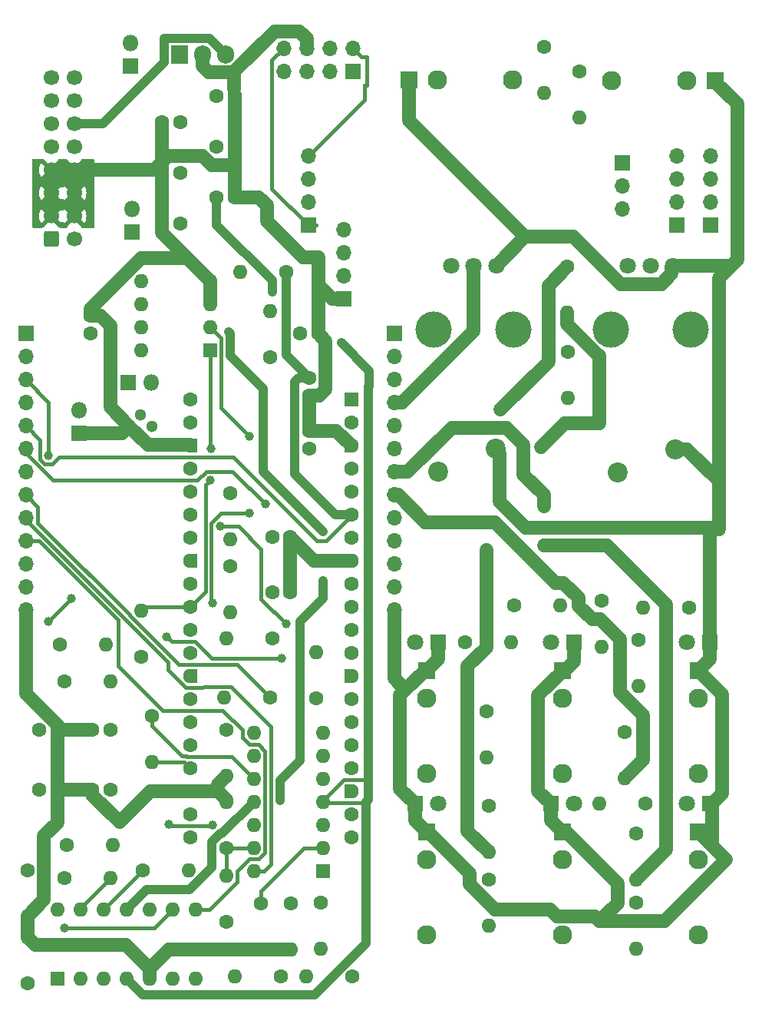
<source format=gbr>
%TF.GenerationSoftware,KiCad,Pcbnew,7.0.9*%
%TF.CreationDate,2023-11-28T17:14:24+01:00*%
%TF.ProjectId,euroPi-kicad,6575726f-5069-42d6-9b69-6361642e6b69,rev?*%
%TF.SameCoordinates,Original*%
%TF.FileFunction,Copper,L2,Bot*%
%TF.FilePolarity,Positive*%
%FSLAX46Y46*%
G04 Gerber Fmt 4.6, Leading zero omitted, Abs format (unit mm)*
G04 Created by KiCad (PCBNEW 7.0.9) date 2023-11-28 17:14:24*
%MOMM*%
%LPD*%
G01*
G04 APERTURE LIST*
G04 Aperture macros list*
%AMRoundRect*
0 Rectangle with rounded corners*
0 $1 Rounding radius*
0 $2 $3 $4 $5 $6 $7 $8 $9 X,Y pos of 4 corners*
0 Add a 4 corners polygon primitive as box body*
4,1,4,$2,$3,$4,$5,$6,$7,$8,$9,$2,$3,0*
0 Add four circle primitives for the rounded corners*
1,1,$1+$1,$2,$3*
1,1,$1+$1,$4,$5*
1,1,$1+$1,$6,$7*
1,1,$1+$1,$8,$9*
0 Add four rect primitives between the rounded corners*
20,1,$1+$1,$2,$3,$4,$5,0*
20,1,$1+$1,$4,$5,$6,$7,0*
20,1,$1+$1,$6,$7,$8,$9,0*
20,1,$1+$1,$8,$9,$2,$3,0*%
%AMFreePoly0*
4,1,28,0.605014,0.794986,0.644504,0.794986,0.724698,0.756366,0.780194,0.686777,0.800000,0.600000,0.800000,-0.600000,0.780194,-0.686777,0.724698,-0.756366,0.644504,-0.794986,0.605014,-0.794986,0.600000,-0.800000,0.000000,-0.800000,-0.178017,-0.779942,-0.347107,-0.720775,-0.498792,-0.625465,-0.625465,-0.498792,-0.720775,-0.347107,-0.779942,-0.178017,-0.800000,0.000000,-0.779942,0.178017,
-0.720775,0.347107,-0.625465,0.498792,-0.498792,0.625465,-0.347107,0.720775,-0.178017,0.779942,0.000000,0.800000,0.600000,0.800000,0.605014,0.794986,0.605014,0.794986,$1*%
%AMFreePoly1*
4,1,28,0.178017,0.779942,0.347107,0.720775,0.498792,0.625465,0.625465,0.498792,0.720775,0.347107,0.779942,0.178017,0.800000,0.000000,0.779942,-0.178017,0.720775,-0.347107,0.625465,-0.498792,0.498792,-0.625465,0.347107,-0.720775,0.178017,-0.779942,0.000000,-0.800000,-0.600000,-0.800000,-0.605014,-0.794986,-0.644504,-0.794986,-0.724698,-0.756366,-0.780194,-0.686777,-0.800000,-0.600000,
-0.800000,0.600000,-0.780194,0.686777,-0.724698,0.756366,-0.644504,0.794986,-0.605014,0.794986,-0.600000,0.800000,0.000000,0.800000,0.178017,0.779942,0.178017,0.779942,$1*%
G04 Aperture macros list end*
%TA.AperFunction,ComponentPad*%
%ADD10R,1.600000X1.600000*%
%TD*%
%TA.AperFunction,ComponentPad*%
%ADD11O,1.600000X1.600000*%
%TD*%
%TA.AperFunction,ComponentPad*%
%ADD12C,1.600000*%
%TD*%
%TA.AperFunction,ComponentPad*%
%ADD13R,1.700000X1.700000*%
%TD*%
%TA.AperFunction,ComponentPad*%
%ADD14O,1.700000X1.700000*%
%TD*%
%TA.AperFunction,ComponentPad*%
%ADD15R,1.830000X1.930000*%
%TD*%
%TA.AperFunction,ComponentPad*%
%ADD16C,2.130000*%
%TD*%
%TA.AperFunction,ComponentPad*%
%ADD17R,1.930000X1.830000*%
%TD*%
%TA.AperFunction,ComponentPad*%
%ADD18R,1.800000X1.800000*%
%TD*%
%TA.AperFunction,ComponentPad*%
%ADD19C,1.800000*%
%TD*%
%TA.AperFunction,ComponentPad*%
%ADD20O,1.800000X1.800000*%
%TD*%
%TA.AperFunction,ComponentPad*%
%ADD21C,2.200000*%
%TD*%
%TA.AperFunction,ComponentPad*%
%ADD22R,1.300000X1.300000*%
%TD*%
%TA.AperFunction,ComponentPad*%
%ADD23C,1.300000*%
%TD*%
%TA.AperFunction,WasherPad*%
%ADD24C,4.000000*%
%TD*%
%TA.AperFunction,ComponentPad*%
%ADD25RoundRect,0.200000X0.600000X0.600000X-0.600000X0.600000X-0.600000X-0.600000X0.600000X-0.600000X0*%
%TD*%
%TA.AperFunction,ComponentPad*%
%ADD26FreePoly0,180.000000*%
%TD*%
%TA.AperFunction,ComponentPad*%
%ADD27FreePoly1,180.000000*%
%TD*%
%TA.AperFunction,ComponentPad*%
%ADD28RoundRect,0.250000X-0.600000X-0.600000X0.600000X-0.600000X0.600000X0.600000X-0.600000X0.600000X0*%
%TD*%
%TA.AperFunction,ComponentPad*%
%ADD29C,1.700000*%
%TD*%
%TA.AperFunction,ComponentPad*%
%ADD30R,1.905000X2.000000*%
%TD*%
%TA.AperFunction,ComponentPad*%
%ADD31O,1.905000X2.000000*%
%TD*%
%TA.AperFunction,ViaPad*%
%ADD32C,1.000000*%
%TD*%
%TA.AperFunction,Conductor*%
%ADD33C,1.000000*%
%TD*%
%TA.AperFunction,Conductor*%
%ADD34C,0.400000*%
%TD*%
%TA.AperFunction,Conductor*%
%ADD35C,1.500000*%
%TD*%
%TA.AperFunction,Conductor*%
%ADD36C,0.500000*%
%TD*%
G04 APERTURE END LIST*
D10*
%TO.P,O3,1*%
%TO.N,CJ1*%
X75184000Y-127787400D03*
D11*
%TO.P,O3,2,-*%
%TO.N,Net-(O3A--)*%
X75184000Y-125247400D03*
%TO.P,O3,3,+*%
%TO.N,Net-(O3A-+)*%
X75184000Y-122707400D03*
%TO.P,O3,4,V+*%
%TO.N,~*%
X75184000Y-120167400D03*
%TO.P,O3,5,+*%
%TO.N,Net-(O3B-+)*%
X75184000Y-117627400D03*
%TO.P,O3,6,-*%
%TO.N,Net-(O3B--)*%
X75184000Y-115087400D03*
%TO.P,O3,7*%
%TO.N,CJ2*%
X75184000Y-112547400D03*
%TO.P,O3,8*%
%TO.N,CJ5*%
X67564000Y-112547400D03*
%TO.P,O3,9,-*%
%TO.N,Net-(O3C--)*%
X67564000Y-115087400D03*
%TO.P,O3,10,+*%
%TO.N,Net-(O3C-+)*%
X67564000Y-117627400D03*
%TO.P,O3,11,V-*%
%TO.N,-12V*%
X67564000Y-120167400D03*
%TO.P,O3,12,+*%
%TO.N,Net-(O3D-+)*%
X67564000Y-122707400D03*
%TO.P,O3,13,-*%
%TO.N,Net-(O3D--)*%
X67564000Y-125247400D03*
%TO.P,O3,14*%
%TO.N,CJ4*%
X67564000Y-127787400D03*
%TD*%
D12*
%TO.P,R21,1*%
%TO.N,CJA*%
X78462352Y-139444600D03*
D11*
%TO.P,R21,2*%
%TO.N,Net-(O5-Pad7)*%
X73382352Y-139444600D03*
%TD*%
D12*
%TO.P,R16,1*%
%TO.N,Net-(LED4-A)*%
X93472000Y-120621000D03*
D11*
%TO.P,R16,2*%
%TO.N,CJ4*%
X93472000Y-125701000D03*
%TD*%
D12*
%TO.P,R24,1*%
%TO.N,CS1*%
X71149000Y-61747400D03*
D11*
%TO.P,R24,2*%
%TO.N,I2C_VCC*%
X66069000Y-61747400D03*
%TD*%
D12*
%TO.P,R6,1*%
%TO.N,Net-(O5D-+)*%
X55319352Y-127760600D03*
D11*
%TO.P,R6,2*%
%TO.N,GP19*%
X60399352Y-127760600D03*
%TD*%
D13*
%TO.P,J14,1,Pin_1*%
%TO.N,TPH VCC {slash} CPC SDA*%
X108204000Y-49784000D03*
D14*
%TO.P,J14,2,Pin_2*%
%TO.N,I2C_VCC*%
X108204000Y-52324000D03*
%TO.P,J14,3,Pin_3*%
%TO.N,TPH SDA {slash} CPC VCC*%
X108204000Y-54864000D03*
%TD*%
D12*
%TO.P,R17,1*%
%TO.N,Net-(LED5-A)*%
X108458000Y-112493000D03*
D11*
%TO.P,R17,2*%
%TO.N,CJ5*%
X108458000Y-117573000D03*
%TD*%
D12*
%TO.P,R20,1*%
%TO.N,CS1*%
X102235000Y-70612000D03*
D11*
%TO.P,R20,2*%
%TO.N,Net-(R20-Pad2)*%
X102235000Y-75692000D03*
%TD*%
D12*
%TO.P,C1,1*%
%TO.N,I2C_VCC*%
X72660000Y-68580000D03*
%TO.P,C1,2*%
%TO.N,I2C_GND*%
X74660000Y-68580000D03*
%TD*%
D15*
%TO.P,J8,S*%
%TO.N,I2C_GND*%
X84720648Y-40640000D03*
D16*
%TO.P,J8,T*%
%TO.N,Net-(J8-PadT)*%
X96120648Y-40640000D03*
%TO.P,J8,TN*%
%TO.N,unconnected-(J8-PadTN)*%
X87820648Y-40640000D03*
%TD*%
D12*
%TO.P,R30,1*%
%TO.N,Net-(O3B--)*%
X71628000Y-131343400D03*
D11*
%TO.P,R30,2*%
%TO.N,I2C_GND*%
X71628000Y-136423400D03*
%TD*%
D17*
%TO.P,J4,S*%
%TO.N,I2C_GND*%
X86614000Y-123474000D03*
D16*
%TO.P,J4,T*%
%TO.N,Net-(J4-PadT)*%
X86614000Y-134874000D03*
%TO.P,J4,TN*%
%TO.N,unconnected-(J4-PadTN)*%
X86614000Y-126574000D03*
%TD*%
D18*
%TO.P,LED6,1,K*%
%TO.N,I2C_GND*%
X117872648Y-120396000D03*
D19*
%TO.P,LED6,2,A*%
%TO.N,Net-(LED6-A)*%
X115332648Y-120396000D03*
%TD*%
D12*
%TO.P,R26,1*%
%TO.N,I2C_VCC*%
X64995000Y-86131400D03*
D11*
%TO.P,R26,2*%
%TO.N,GP22*%
X64995000Y-91211400D03*
%TD*%
D12*
%TO.P,R22,1*%
%TO.N,Net-(O5-Pad7)*%
X46146352Y-102868600D03*
D11*
%TO.P,R22,2*%
%TO.N,Net-(O1A--)*%
X51226352Y-102868600D03*
%TD*%
D12*
%TO.P,R13,1*%
%TO.N,Net-(LED1-A)*%
X90903000Y-102616000D03*
D11*
%TO.P,R13,2*%
%TO.N,CJ1*%
X95983000Y-102616000D03*
%TD*%
D12*
%TO.P,R31,1*%
%TO.N,Net-(O5C--)*%
X42619352Y-127702600D03*
D11*
%TO.P,R31,2*%
%TO.N,I2C_GND*%
X42619352Y-132782600D03*
%TD*%
D18*
%TO.P,D2,1,A*%
%TO.N,+5V*%
X53678000Y-73939400D03*
D20*
%TO.P,D2,2,K*%
%TO.N,Net-(D2-K)*%
X56218000Y-73939400D03*
%TD*%
D12*
%TO.P,C16,1*%
%TO.N,I2C_GND*%
X57452000Y-56413400D03*
%TO.P,C16,2*%
%TO.N,-12V*%
X59452000Y-56413400D03*
%TD*%
%TO.P,R11,1*%
%TO.N,CJ5*%
X110773000Y-120396000D03*
D11*
%TO.P,R11,2*%
%TO.N,Net-(J5-PadT)*%
X105693000Y-120396000D03*
%TD*%
D12*
%TO.P,C3,1*%
%TO.N,~*%
X63479352Y-42416600D03*
%TO.P,C3,2*%
%TO.N,I2C_GND*%
X65479352Y-42416600D03*
%TD*%
%TO.P,R23,1*%
%TO.N,Net-(O1A--)*%
X55118000Y-104194400D03*
D11*
%TO.P,R23,2*%
%TO.N,GP26*%
X55118000Y-99114400D03*
%TD*%
D17*
%TO.P,J2,S*%
%TO.N,I2C_GND*%
X101605824Y-105694000D03*
D16*
%TO.P,J2,T*%
%TO.N,Net-(J2-PadT)*%
X101605824Y-117094000D03*
%TO.P,J2,TN*%
%TO.N,unconnected-(J2-PadTN)*%
X101605824Y-108794000D03*
%TD*%
D10*
%TO.P,O1,1*%
%TO.N,GP26*%
X62738000Y-70383400D03*
D11*
%TO.P,O1,2,-*%
%TO.N,Net-(O1A--)*%
X62738000Y-67843400D03*
%TO.P,O1,3,+*%
%TO.N,I2C_GND*%
X62738000Y-65303400D03*
%TO.P,O1,4,V-*%
X62738000Y-62763400D03*
%TO.P,O1,5,+*%
%TO.N,unconnected-(O1B-+-Pad5)*%
X55118000Y-62763400D03*
%TO.P,O1,6,-*%
%TO.N,unconnected-(O1B---Pad6)*%
X55118000Y-65303400D03*
%TO.P,O1,7*%
%TO.N,unconnected-(O1-Pad7)*%
X55118000Y-67843400D03*
%TO.P,O1,8,V+*%
%TO.N,I2C_VCC*%
X55118000Y-70383400D03*
%TD*%
D12*
%TO.P,R18,1*%
%TO.N,Net-(LED6-A)*%
X109739648Y-123640000D03*
D11*
%TO.P,R18,2*%
%TO.N,CJ6*%
X109739648Y-128720000D03*
%TD*%
D12*
%TO.P,R29,1*%
%TO.N,Net-(O3A--)*%
X68326000Y-131372400D03*
D11*
%TO.P,R29,2*%
%TO.N,I2C_GND*%
X68326000Y-136452400D03*
%TD*%
D12*
%TO.P,C11,1*%
%TO.N,Net-(O5C-+)*%
X43889352Y-118870600D03*
%TO.P,C11,2*%
%TO.N,I2C_GND*%
X45889352Y-118870600D03*
%TD*%
D21*
%TO.P,SW2,1,1*%
%TO.N,I2C_GND*%
X94234000Y-81280000D03*
%TO.P,SW2,2,2*%
%TO.N,Net-(R19-Pad2)*%
X87884000Y-83820000D03*
%TD*%
D12*
%TO.P,C14,1*%
%TO.N,Net-(O5D-+)*%
X51731352Y-118870600D03*
%TO.P,C14,2*%
%TO.N,I2C_GND*%
X49731352Y-118870600D03*
%TD*%
D18*
%TO.P,D3,1,A*%
%TO.N,-12V*%
X54102000Y-57404000D03*
D20*
%TO.P,D3,2,K*%
%TO.N,Net-(D3-K)*%
X54102000Y-54864000D03*
%TD*%
D12*
%TO.P,R37,1*%
%TO.N,CJ3*%
X70559352Y-139444600D03*
D11*
%TO.P,R37,2*%
%TO.N,Net-(O5C--)*%
X65479352Y-139444600D03*
%TD*%
D18*
%TO.P,D1,1,A*%
%TO.N,I2C_GND*%
X48260000Y-79527400D03*
D20*
%TO.P,D1,2,K*%
%TO.N,CJD*%
X48260000Y-76987400D03*
%TD*%
D12*
%TO.P,R1,1*%
%TO.N,Net-(O3A-+)*%
X64995000Y-94230400D03*
D11*
%TO.P,R1,2*%
%TO.N,GP21*%
X64995000Y-99310400D03*
%TD*%
D12*
%TO.P,R19,1*%
%TO.N,CS2*%
X102119648Y-61214000D03*
D11*
%TO.P,R19,2*%
%TO.N,Net-(R19-Pad2)*%
X102119648Y-66294000D03*
%TD*%
D15*
%TO.P,J7,S*%
%TO.N,I2C_GND*%
X118461000Y-40690800D03*
D16*
%TO.P,J7,T*%
%TO.N,Net-(J7-PadT)*%
X107061000Y-40690800D03*
%TO.P,J7,TN*%
%TO.N,unconnected-(J7-PadTN)*%
X115361000Y-40690800D03*
%TD*%
D18*
%TO.P,D4,1,A*%
%TO.N,Net-(D4-A)*%
X53993352Y-39069000D03*
D20*
%TO.P,D4,2,K*%
%TO.N,~*%
X53993352Y-36529000D03*
%TD*%
D12*
%TO.P,C2,1*%
%TO.N,+5V*%
X49530000Y-68589400D03*
%TO.P,C2,2*%
%TO.N,I2C_GND*%
X49530000Y-66589400D03*
%TD*%
D17*
%TO.P,J1,S*%
%TO.N,I2C_GND*%
X86614000Y-105694000D03*
D16*
%TO.P,J1,T*%
%TO.N,Net-(J1-PadT)*%
X86614000Y-117094000D03*
%TO.P,J1,TN*%
%TO.N,unconnected-(J1-PadTN)*%
X86614000Y-108794000D03*
%TD*%
D12*
%TO.P,C5,1*%
%TO.N,~*%
X63479352Y-48004600D03*
%TO.P,C5,2*%
%TO.N,I2C_GND*%
X65479352Y-48004600D03*
%TD*%
%TO.P,R5,1*%
%TO.N,Net-(O3C-+)*%
X56335352Y-110713600D03*
D11*
%TO.P,R5,2*%
%TO.N,GP18*%
X56335352Y-115793600D03*
%TD*%
D13*
%TO.P,J11,1,Pin_1*%
%TO.N,CJD*%
X42418000Y-68580000D03*
D14*
%TO.P,J11,2,Pin_2*%
%TO.N,CJA*%
X42418000Y-71120000D03*
%TO.P,J11,3,Pin_3*%
%TO.N,CK1*%
X42418000Y-73660000D03*
%TO.P,J11,4,Pin_4*%
%TO.N,CK2*%
X42418000Y-76200000D03*
%TO.P,J11,5,Pin_5*%
%TO.N,CS1*%
X42418000Y-78740000D03*
%TO.P,J11,6,Pin_6*%
%TO.N,CS2*%
X42418000Y-81280000D03*
%TO.P,J11,7,Pin_7*%
%TO.N,CJ6*%
X42418000Y-83820000D03*
%TO.P,J11,8,Pin_8*%
%TO.N,CJ5*%
X42418000Y-86360000D03*
%TO.P,J11,9,Pin_9*%
%TO.N,CJ4*%
X42418000Y-88900000D03*
%TO.P,J11,10,Pin_10*%
%TO.N,CJ3*%
X42418000Y-91440000D03*
%TO.P,J11,11,Pin_11*%
%TO.N,CJ2*%
X42418000Y-93980000D03*
%TO.P,J11,12,Pin_12*%
%TO.N,CJ1*%
X42418000Y-96520000D03*
%TO.P,J11,13,Pin_13*%
%TO.N,I2C_GND*%
X42418000Y-99060000D03*
%TD*%
D18*
%TO.P,LED5,1,K*%
%TO.N,I2C_GND*%
X100330824Y-120396000D03*
D19*
%TO.P,LED5,2,A*%
%TO.N,Net-(LED5-A)*%
X102870824Y-120396000D03*
%TD*%
D12*
%TO.P,C12,1*%
%TO.N,Net-(O3D-+)*%
X43873352Y-112266600D03*
%TO.P,C12,2*%
%TO.N,I2C_GND*%
X45873352Y-112266600D03*
%TD*%
D17*
%TO.P,J3,S*%
%TO.N,I2C_GND*%
X116597648Y-105694000D03*
D16*
%TO.P,J3,T*%
%TO.N,Net-(J3-PadT)*%
X116597648Y-117094000D03*
%TO.P,J3,TN*%
%TO.N,unconnected-(J3-PadTN)*%
X116597648Y-108794000D03*
%TD*%
D12*
%TO.P,R32,1*%
%TO.N,Net-(O3D--)*%
X64516000Y-125247400D03*
D11*
%TO.P,R32,2*%
%TO.N,I2C_GND*%
X64516000Y-120167400D03*
%TD*%
D12*
%TO.P,R8,1*%
%TO.N,CJ2*%
X105918000Y-98015000D03*
D11*
%TO.P,R8,2*%
%TO.N,Net-(J2-PadT)*%
X105918000Y-103095000D03*
%TD*%
D12*
%TO.P,R28,1*%
%TO.N,Net-(J8-PadT)*%
X103516648Y-39642000D03*
D11*
%TO.P,R28,2*%
%TO.N,CJA*%
X103516648Y-44722000D03*
%TD*%
D12*
%TO.P,R10,1*%
%TO.N,CJ4*%
X93472000Y-128778000D03*
D11*
%TO.P,R10,2*%
%TO.N,Net-(J4-PadT)*%
X93472000Y-133858000D03*
%TD*%
D10*
%TO.P,O5,1*%
%TO.N,N/C*%
X45921352Y-139698600D03*
D11*
%TO.P,O5,2*%
X48461352Y-139698600D03*
%TO.P,O5,3*%
X51001352Y-139698600D03*
%TO.P,O5,4,V+*%
%TO.N,~*%
X53541352Y-139698600D03*
%TO.P,O5,5,+*%
%TO.N,I2C_GND*%
X56081352Y-139698600D03*
%TO.P,O5,6,-*%
%TO.N,CJA*%
X58621352Y-139698600D03*
%TO.P,O5,7*%
%TO.N,Net-(O5-Pad7)*%
X61161352Y-139698600D03*
%TO.P,O5,8*%
%TO.N,CJ3*%
X61161352Y-132078600D03*
%TO.P,O5,9,-*%
%TO.N,Net-(O5C--)*%
X58621352Y-132078600D03*
%TO.P,O5,10,+*%
%TO.N,Net-(O5C-+)*%
X56081352Y-132078600D03*
%TO.P,O5,11,V-*%
%TO.N,-12V*%
X53541352Y-132078600D03*
%TO.P,O5,12,+*%
%TO.N,Net-(O5D-+)*%
X51001352Y-132078600D03*
%TO.P,O5,13,-*%
%TO.N,Net-(O5D--)*%
X48461352Y-132078600D03*
%TO.P,O5,14*%
%TO.N,CJ6*%
X45921352Y-132078600D03*
%TD*%
D12*
%TO.P,R2,1*%
%TO.N,Net-(O3B-+)*%
X69625000Y-102133400D03*
D11*
%TO.P,R2,2*%
%TO.N,GP20*%
X64545000Y-102133400D03*
%TD*%
D12*
%TO.P,C4,1*%
%TO.N,I2C_GND*%
X57452000Y-50825400D03*
%TO.P,C4,2*%
%TO.N,-12V*%
X59452000Y-50825400D03*
%TD*%
D13*
%TO.P,J18,1,Pin_1*%
%TO.N,TPH SCL {slash} CPC GND*%
X73596500Y-56642000D03*
D14*
%TO.P,J18,2,Pin_2*%
%TO.N,TPH SDA {slash} CPC VCC*%
X73596500Y-54102000D03*
%TO.P,J18,3,Pin_3*%
%TO.N,TPH GND {slash} CPC SCL*%
X73596500Y-51562000D03*
%TO.P,J18,4,Pin_4*%
%TO.N,TPH VCC {slash} CPC SDA*%
X73596500Y-49022000D03*
%TD*%
D22*
%TO.P,Q1,1,E*%
%TO.N,I2C_GND*%
X53828000Y-78765400D03*
D23*
%TO.P,Q1,2,B*%
%TO.N,CJD*%
X55098000Y-77495400D03*
%TO.P,Q1,3,C*%
%TO.N,GP22*%
X56368000Y-78765400D03*
%TD*%
D21*
%TO.P,SW1,1,1*%
%TO.N,I2C_GND*%
X114071400Y-81305400D03*
%TO.P,SW1,2,2*%
%TO.N,Net-(R20-Pad2)*%
X107721400Y-83845400D03*
%TD*%
D12*
%TO.P,R27,1*%
%TO.N,Net-(J7-PadT)*%
X99579648Y-36928000D03*
D11*
%TO.P,R27,2*%
%TO.N,CJD*%
X99579648Y-42008000D03*
%TD*%
D17*
%TO.P,J5,S*%
%TO.N,I2C_GND*%
X101605824Y-123474000D03*
D16*
%TO.P,J5,T*%
%TO.N,Net-(J5-PadT)*%
X101605824Y-134874000D03*
%TO.P,J5,TN*%
%TO.N,unconnected-(J5-PadTN)*%
X101605824Y-126574000D03*
%TD*%
D12*
%TO.P,R36,1*%
%TO.N,CJ2*%
X74422000Y-108766400D03*
D11*
%TO.P,R36,2*%
%TO.N,Net-(O3B--)*%
X74422000Y-103686400D03*
%TD*%
D12*
%TO.P,R25,1*%
%TO.N,CS2*%
X69371000Y-71174400D03*
D11*
%TO.P,R25,2*%
%TO.N,I2C_VCC*%
X69371000Y-66094400D03*
%TD*%
D12*
%TO.P,C10,1*%
%TO.N,Net-(O3B-+)*%
X69596000Y-97090701D03*
%TO.P,C10,2*%
%TO.N,I2C_GND*%
X71596000Y-97090701D03*
%TD*%
%TO.P,R9,1*%
%TO.N,CJ3*%
X109982000Y-102362000D03*
D11*
%TO.P,R9,2*%
%TO.N,Net-(J3-PadT)*%
X109982000Y-107442000D03*
%TD*%
D12*
%TO.P,C13,1*%
%TO.N,Net-(O3C-+)*%
X51715352Y-112266600D03*
%TO.P,C13,2*%
%TO.N,I2C_GND*%
X49715352Y-112266600D03*
%TD*%
%TO.P,R7,1*%
%TO.N,CJ1*%
X93218000Y-110236000D03*
D11*
%TO.P,R7,2*%
%TO.N,Net-(J1-PadT)*%
X93218000Y-115316000D03*
%TD*%
D12*
%TO.P,C7,1*%
%TO.N,CS2*%
X73660000Y-81280000D03*
%TO.P,C7,2*%
%TO.N,I2C_GND*%
X73660000Y-79280000D03*
%TD*%
%TO.P,R34,1*%
%TO.N,Net-(O5D--)*%
X42619352Y-140206600D03*
D11*
%TO.P,R34,2*%
%TO.N,I2C_GND*%
X42619352Y-135126600D03*
%TD*%
D24*
%TO.P,VR1,*%
%TO.N,*%
X115759400Y-68097400D03*
X106959400Y-68097400D03*
D19*
%TO.P,VR1,1,1*%
%TO.N,I2C_VCC*%
X108859400Y-61097400D03*
%TO.P,VR1,2,2*%
%TO.N,CK1*%
X111359400Y-61097400D03*
%TO.P,VR1,3,3*%
%TO.N,I2C_GND*%
X113859400Y-61097400D03*
%TD*%
D12*
%TO.P,C15,1*%
%TO.N,~*%
X63479352Y-53592600D03*
%TO.P,C15,2*%
%TO.N,I2C_GND*%
X65479352Y-53592600D03*
%TD*%
D18*
%TO.P,LED2,1,K*%
%TO.N,I2C_GND*%
X102880824Y-102616000D03*
D19*
%TO.P,LED2,2,A*%
%TO.N,Net-(LED2-A)*%
X100340824Y-102616000D03*
%TD*%
D24*
%TO.P,VR2,*%
%TO.N,*%
X96232648Y-68087000D03*
X87432648Y-68087000D03*
D19*
%TO.P,VR2,1,1*%
%TO.N,I2C_VCC*%
X89332648Y-61087000D03*
%TO.P,VR2,2,2*%
%TO.N,CK2*%
X91832648Y-61087000D03*
%TO.P,VR2,3,3*%
%TO.N,I2C_GND*%
X94332648Y-61087000D03*
%TD*%
D12*
%TO.P,R3,1*%
%TO.N,Net-(O5C-+)*%
X46937352Y-124966600D03*
D11*
%TO.P,R3,2*%
%TO.N,GP16*%
X52017352Y-124966600D03*
%TD*%
D12*
%TO.P,R4,1*%
%TO.N,Net-(O3D-+)*%
X46683352Y-106932600D03*
D11*
%TO.P,R4,2*%
%TO.N,GP17*%
X51763352Y-106932600D03*
%TD*%
D12*
%TO.P,R39,1*%
%TO.N,CJ5*%
X69400000Y-108708400D03*
D11*
%TO.P,R39,2*%
%TO.N,Net-(O3C--)*%
X64320000Y-108708400D03*
%TD*%
D18*
%TO.P,LED4,1,K*%
%TO.N,I2C_GND*%
X85339000Y-120396000D03*
D19*
%TO.P,LED4,2,A*%
%TO.N,Net-(LED4-A)*%
X87879000Y-120396000D03*
%TD*%
D13*
%TO.P,J12,1,Pin_1*%
%TO.N,TPH SCL {slash} CPC GND*%
X117957600Y-56642000D03*
D14*
%TO.P,J12,2,Pin_2*%
%TO.N,TPH SDA {slash} CPC VCC*%
X117957600Y-54102000D03*
%TO.P,J12,3,Pin_3*%
%TO.N,TPH GND {slash} CPC SCL*%
X117957600Y-51562000D03*
%TO.P,J12,4,Pin_4*%
%TO.N,TPH VCC {slash} CPC SDA*%
X117957600Y-49022000D03*
%TD*%
D12*
%TO.P,C9,1*%
%TO.N,Net-(O3A-+)*%
X69596000Y-90994701D03*
%TO.P,C9,2*%
%TO.N,I2C_GND*%
X71596000Y-90994701D03*
%TD*%
%TO.P,R40,1*%
%TO.N,CJ6*%
X46683352Y-128551600D03*
D11*
%TO.P,R40,2*%
%TO.N,Net-(O5D--)*%
X51763352Y-128551600D03*
%TD*%
D17*
%TO.P,J6,S*%
%TO.N,I2C_GND*%
X116597648Y-123474000D03*
D16*
%TO.P,J6,T*%
%TO.N,Net-(J6-PadT)*%
X116597648Y-134874000D03*
%TO.P,J6,TN*%
%TO.N,unconnected-(J6-PadTN)*%
X116597648Y-126574000D03*
%TD*%
D18*
%TO.P,LED3,1,K*%
%TO.N,I2C_GND*%
X117872648Y-102616000D03*
D19*
%TO.P,LED3,2,A*%
%TO.N,Net-(LED3-A)*%
X115332648Y-102616000D03*
%TD*%
D12*
%TO.P,R12,1*%
%TO.N,CJ6*%
X109739648Y-131289000D03*
D11*
%TO.P,R12,2*%
%TO.N,Net-(J6-PadT)*%
X109739648Y-136369000D03*
%TD*%
D12*
%TO.P,R38,1*%
%TO.N,CJ4*%
X64516000Y-133375400D03*
D11*
%TO.P,R38,2*%
%TO.N,Net-(O3D--)*%
X64516000Y-128295400D03*
%TD*%
D12*
%TO.P,R35,1*%
%TO.N,CJ1*%
X74930000Y-131314400D03*
D11*
%TO.P,R35,2*%
%TO.N,Net-(O3A--)*%
X74930000Y-136394400D03*
%TD*%
D12*
%TO.P,R14,1*%
%TO.N,Net-(LED2-A)*%
X96266000Y-98552000D03*
D11*
%TO.P,R14,2*%
%TO.N,CJ2*%
X101346000Y-98552000D03*
%TD*%
D12*
%TO.P,C8,1*%
%TO.N,CS1*%
X73660000Y-73438000D03*
%TO.P,C8,2*%
%TO.N,I2C_GND*%
X73660000Y-75438000D03*
%TD*%
D18*
%TO.P,LED1,1,K*%
%TO.N,I2C_GND*%
X87889000Y-102616000D03*
D19*
%TO.P,LED1,2,A*%
%TO.N,Net-(LED1-A)*%
X85349000Y-102616000D03*
%TD*%
D12*
%TO.P,R15,1*%
%TO.N,Net-(LED3-A)*%
X115581648Y-98806000D03*
D11*
%TO.P,R15,2*%
%TO.N,CJ3*%
X110501648Y-98806000D03*
%TD*%
D12*
%TO.P,C6,1*%
%TO.N,I2C_GND*%
X57452000Y-45237400D03*
%TO.P,C6,2*%
%TO.N,-12V*%
X59452000Y-45237400D03*
%TD*%
%TO.P,R33,1*%
%TO.N,Net-(O3C--)*%
X64516000Y-112235400D03*
D11*
%TO.P,R33,2*%
%TO.N,I2C_GND*%
X64516000Y-117315400D03*
%TD*%
D13*
%TO.P,J16,1,Pin_1*%
%TO.N,GP1*%
X78486000Y-39649400D03*
D14*
%TO.P,J16,2,Pin_2*%
%TO.N,TPH GND {slash} CPC SCL*%
X75946000Y-39649400D03*
%TO.P,J16,3,Pin_3*%
%TO.N,TPH SDA {slash} CPC VCC*%
X73406000Y-39649400D03*
%TO.P,J16,4,Pin_4*%
%TO.N,I2C_VCC*%
X70866000Y-39649400D03*
%TO.P,J16,5,Pin_5*%
%TO.N,TPH VCC {slash} CPC SDA*%
X78486000Y-37109400D03*
%TO.P,J16,6,Pin_6*%
%TO.N,GP0*%
X75946000Y-37109400D03*
%TO.P,J16,7,Pin_7*%
%TO.N,I2C_GND*%
X73406000Y-37109400D03*
%TO.P,J16,8,Pin_8*%
%TO.N,TPH SCL {slash} CPC GND*%
X70866000Y-37109400D03*
%TD*%
D13*
%TO.P,J15,1,Pin_1*%
%TO.N,I2C_GND*%
X77470000Y-64770000D03*
D14*
%TO.P,J15,2,Pin_2*%
%TO.N,I2C_VCC*%
X77470000Y-62230000D03*
%TO.P,J15,3,Pin_3*%
%TO.N,GP3*%
X77470000Y-59690000D03*
%TO.P,J15,4,Pin_4*%
%TO.N,GP2*%
X77470000Y-57150000D03*
%TD*%
D25*
%TO.P,U2,1,GP0*%
%TO.N,GP0*%
X78326000Y-75841400D03*
D12*
%TO.P,U2,2,GP1*%
%TO.N,GP1*%
X78326000Y-78381400D03*
D26*
%TO.P,U2,3,GND*%
%TO.N,I2C_GND*%
X78326000Y-80921400D03*
D12*
%TO.P,U2,4,GP2*%
%TO.N,GP2*%
X78326000Y-83461400D03*
%TO.P,U2,5,GP3*%
%TO.N,GP3*%
X78326000Y-86001400D03*
%TO.P,U2,6,GP4*%
%TO.N,CS1*%
X78326000Y-88541400D03*
%TO.P,U2,7,GP5*%
%TO.N,CS2*%
X78326000Y-91081400D03*
D26*
%TO.P,U2,8,GND*%
%TO.N,I2C_GND*%
X78326000Y-93621400D03*
D12*
%TO.P,U2,9,GP6*%
%TO.N,unconnected-(U2-GP6-Pad9)*%
X78326000Y-96161400D03*
%TO.P,U2,10,GP7*%
%TO.N,unconnected-(U2-GP7-Pad10)*%
X78326000Y-98701400D03*
%TO.P,U2,11,GP8*%
%TO.N,unconnected-(U2-GP8-Pad11)*%
X78326000Y-101241400D03*
%TO.P,U2,12,GP9*%
%TO.N,unconnected-(U2-GP9-Pad12)*%
X78326000Y-103781400D03*
D26*
%TO.P,U2,13,GND*%
%TO.N,I2C_GND*%
X78326000Y-106321400D03*
D12*
%TO.P,U2,14,GP10*%
%TO.N,unconnected-(U2-GP10-Pad14)*%
X78326000Y-108861400D03*
%TO.P,U2,15,GP11*%
%TO.N,unconnected-(U2-GP11-Pad15)*%
X78326000Y-111401400D03*
%TO.P,U2,16,GP12*%
%TO.N,unconnected-(U2-GP12-Pad16)*%
X78326000Y-113941400D03*
%TO.P,U2,17,GP13*%
%TO.N,unconnected-(U2-GP13-Pad17)*%
X78326000Y-116481400D03*
D26*
%TO.P,U2,18,GND*%
%TO.N,I2C_GND*%
X78326000Y-119021400D03*
D12*
%TO.P,U2,19,GP14*%
%TO.N,unconnected-(U2-GP14-Pad19)*%
X78326000Y-121561400D03*
%TO.P,U2,20,GP15*%
%TO.N,unconnected-(U2-GP15-Pad20)*%
X78326000Y-124101400D03*
%TO.P,U2,21,GP16*%
%TO.N,GP16*%
X60546000Y-124101400D03*
%TO.P,U2,22,GP17*%
%TO.N,GP17*%
X60546000Y-121561400D03*
D27*
%TO.P,U2,23,GND*%
%TO.N,I2C_GND*%
X60546000Y-119021400D03*
D12*
%TO.P,U2,24,GP18*%
%TO.N,GP18*%
X60546000Y-116481400D03*
%TO.P,U2,25,GP19*%
%TO.N,GP19*%
X60546000Y-113941400D03*
%TO.P,U2,26,GP20*%
%TO.N,GP20*%
X60546000Y-111401400D03*
%TO.P,U2,27,GP21*%
%TO.N,GP21*%
X60546000Y-108861400D03*
D27*
%TO.P,U2,28,GND*%
%TO.N,I2C_GND*%
X60546000Y-106321400D03*
D12*
%TO.P,U2,29,GP22*%
%TO.N,GP22*%
X60546000Y-103781400D03*
%TO.P,U2,30,RUN*%
%TO.N,unconnected-(U2-RUN-Pad30)*%
X60546000Y-101241400D03*
%TO.P,U2,31,GP26*%
%TO.N,GP26*%
X60546000Y-98701400D03*
%TO.P,U2,32,GP27*%
%TO.N,CK1*%
X60546000Y-96161400D03*
D27*
%TO.P,U2,33,GND*%
%TO.N,I2C_GND*%
X60546000Y-93621400D03*
D12*
%TO.P,U2,34,GP28*%
%TO.N,CK2*%
X60546000Y-91081400D03*
%TO.P,U2,35,ADC_VREF*%
%TO.N,unconnected-(U2-ADC_VREF-Pad35)*%
X60546000Y-88541400D03*
%TO.P,U2,36,3V3*%
%TO.N,I2C_VCC*%
X60546000Y-86001400D03*
%TO.P,U2,37,3V3_EN*%
%TO.N,unconnected-(U2-3V3_EN-Pad37)*%
X60546000Y-83461400D03*
D27*
%TO.P,U2,38,GND*%
%TO.N,I2C_GND*%
X60546000Y-80921400D03*
D12*
%TO.P,U2,39,VSYS*%
%TO.N,Net-(D2-K)*%
X60546000Y-78381400D03*
%TO.P,U2,40,VBUS*%
%TO.N,unconnected-(U2-VBUS-Pad40)*%
X60546000Y-75841400D03*
%TD*%
D13*
%TO.P,J19,1,Pin_1*%
%TO.N,TPH SCL {slash} CPC GND*%
X114211500Y-56642000D03*
D14*
%TO.P,J19,2,Pin_2*%
%TO.N,TPH SDA {slash} CPC VCC*%
X114211500Y-54102000D03*
%TO.P,J19,3,Pin_3*%
%TO.N,TPH GND {slash} CPC SCL*%
X114211500Y-51562000D03*
%TO.P,J19,4,Pin_4*%
%TO.N,TPH VCC {slash} CPC SDA*%
X114211500Y-49022000D03*
%TD*%
D13*
%TO.P,J17,1,Pin_1*%
%TO.N,CJD*%
X83058000Y-68580000D03*
D14*
%TO.P,J17,2,Pin_2*%
%TO.N,CJA*%
X83058000Y-71120000D03*
%TO.P,J17,3,Pin_3*%
%TO.N,CK1*%
X83058000Y-73660000D03*
%TO.P,J17,4,Pin_4*%
%TO.N,CK2*%
X83058000Y-76200000D03*
%TO.P,J17,5,Pin_5*%
%TO.N,CS1*%
X83058000Y-78740000D03*
%TO.P,J17,6,Pin_6*%
%TO.N,CS2*%
X83058000Y-81280000D03*
%TO.P,J17,7,Pin_7*%
%TO.N,CJ6*%
X83058000Y-83820000D03*
%TO.P,J17,8,Pin_8*%
%TO.N,CJ5*%
X83058000Y-86360000D03*
%TO.P,J17,9,Pin_9*%
%TO.N,CJ4*%
X83058000Y-88900000D03*
%TO.P,J17,10,Pin_10*%
%TO.N,CJ3*%
X83058000Y-91440000D03*
%TO.P,J17,11,Pin_11*%
%TO.N,CJ2*%
X83058000Y-93980000D03*
%TO.P,J17,12,Pin_12*%
%TO.N,CJ1*%
X83058000Y-96520000D03*
%TO.P,J17,13,Pin_13*%
%TO.N,I2C_GND*%
X83058000Y-99060000D03*
%TD*%
D28*
%TO.P,J10,1,Pin_1*%
%TO.N,Net-(D3-K)*%
X45212000Y-58166000D03*
D29*
%TO.P,J10,2,Pin_2*%
X47752000Y-58166000D03*
%TO.P,J10,3,Pin_3*%
%TO.N,I2C_GND*%
X45212000Y-55626000D03*
%TO.P,J10,4,Pin_4*%
X47752000Y-55626000D03*
%TO.P,J10,5,Pin_5*%
X45212000Y-53086000D03*
%TO.P,J10,6,Pin_6*%
X47752000Y-53086000D03*
%TO.P,J10,7,Pin_7*%
X45212000Y-50546000D03*
%TO.P,J10,8,Pin_8*%
X47752000Y-50546000D03*
%TO.P,J10,9,Pin_9*%
%TO.N,Net-(D4-A)*%
X45212000Y-48006000D03*
%TO.P,J10,10,Pin_10*%
X47752000Y-48006000D03*
%TO.P,J10,11,Pin_11*%
%TO.N,+5V*%
X45212000Y-45466000D03*
%TO.P,J10,12,Pin_12*%
X47752000Y-45466000D03*
%TO.P,J10,13,Pin_13*%
%TO.N,Net-(J10-Pin_13)*%
X45212000Y-42926000D03*
%TO.P,J10,14,Pin_14*%
X47752000Y-42926000D03*
%TO.P,J10,15,Pin_15*%
%TO.N,Net-(J10-Pin_15)*%
X45212000Y-40386000D03*
%TO.P,J10,16,Pin_16*%
X47752000Y-40386000D03*
%TD*%
D30*
%TO.P,U1,1,IN*%
%TO.N,~*%
X59383352Y-37773600D03*
D31*
%TO.P,U1,2,GND*%
%TO.N,I2C_GND*%
X61923352Y-37773600D03*
%TO.P,U1,3,OUT*%
%TO.N,+5V*%
X64463352Y-37773600D03*
%TD*%
D32*
%TO.N,-12V*%
X64770000Y-68351400D03*
X70484377Y-120037635D03*
X75184000Y-95806177D03*
X75184000Y-90424000D03*
%TO.N,Net-(O3D-+)*%
X63049585Y-122757775D03*
X58165992Y-122682000D03*
%TO.N,GP26*%
X62738000Y-84719900D03*
X62826262Y-81226462D03*
%TO.N,Net-(O1A--)*%
X62992000Y-98298000D03*
X67124146Y-79884267D03*
X67056000Y-88392000D03*
%TO.N,Net-(O5C--)*%
X46683352Y-134110600D03*
%TO.N,Net-(R19-Pad2)*%
X99296000Y-81044000D03*
%TO.N,CK1*%
X44903370Y-82003610D03*
%TO.N,CJ2*%
X70612000Y-104394000D03*
X57974723Y-101991229D03*
%TO.N,CJ4*%
X93218000Y-92456000D03*
%TO.N,CJ6*%
X99568000Y-87630000D03*
X44905352Y-100328600D03*
X99568000Y-91948000D03*
X47445352Y-97788600D03*
%TO.N,CJA*%
X63838575Y-89831407D03*
X71120000Y-100584000D03*
%TO.N,CS2*%
X68834000Y-87376000D03*
X94804634Y-76930000D03*
%TO.N,~*%
X69596000Y-64008000D03*
X77216000Y-69596000D03*
%TD*%
D33*
%TO.N,-12V*%
X67564000Y-120167400D02*
X64034000Y-123697400D01*
X64938000Y-68519400D02*
X64938000Y-71034000D01*
X72644000Y-115643503D02*
X70484377Y-117803126D01*
X60473384Y-129878600D02*
X55741352Y-129878600D01*
X75184000Y-95806177D02*
X75184000Y-97779767D01*
X55741352Y-129878600D02*
X53541352Y-132078600D01*
X68580000Y-74676000D02*
X68580000Y-83820000D01*
X68580000Y-83820000D02*
X75184000Y-90424000D01*
X64938000Y-71034000D02*
X68580000Y-74676000D01*
X72644000Y-100319767D02*
X72644000Y-115643503D01*
X62966000Y-127385984D02*
X60473384Y-129878600D01*
X62966000Y-124605368D02*
X62966000Y-127385984D01*
X64770000Y-68351400D02*
X64938000Y-68519400D01*
X75184000Y-97779767D02*
X72644000Y-100319767D01*
X63873968Y-123697400D02*
X62966000Y-124605368D01*
X64034000Y-123697400D02*
X63873968Y-123697400D01*
X70484377Y-117803126D02*
X70484377Y-120037635D01*
D34*
%TO.N,Net-(O3D-+)*%
X62995960Y-122811400D02*
X63049585Y-122757775D01*
X58295392Y-122811400D02*
X62995960Y-122811400D01*
X58165992Y-122682000D02*
X58295392Y-122811400D01*
%TO.N,Net-(O3C-+)*%
X60175239Y-115191400D02*
X60127438Y-115143600D01*
X67564000Y-117627400D02*
X65128000Y-115191400D01*
X60127438Y-115143600D02*
X59633982Y-115143600D01*
X56335352Y-111844970D02*
X56335352Y-110713600D01*
X65128000Y-115191400D02*
X60175239Y-115191400D01*
X59633982Y-115143600D02*
X56335352Y-111844970D01*
%TO.N,Net-(O5D-+)*%
X55319352Y-127760600D02*
X51001352Y-132078600D01*
%TO.N,GP26*%
X62738000Y-81138200D02*
X62826262Y-81226462D01*
X62238581Y-97008819D02*
X60546000Y-98701400D01*
X62738000Y-70383400D02*
X62738000Y-81138200D01*
X62238581Y-85219319D02*
X62238581Y-97008819D01*
X60546000Y-98701400D02*
X55531000Y-98701400D01*
X55531000Y-98701400D02*
X55118000Y-99114400D01*
X62738000Y-84719900D02*
X62238581Y-85219319D01*
%TO.N,Net-(O1A--)*%
X63988000Y-76748121D02*
X67124146Y-79884267D01*
X62992000Y-98298000D02*
X62888581Y-98194581D01*
X62888581Y-89437898D02*
X63934479Y-88392000D01*
X63988000Y-69093400D02*
X63988000Y-76748121D01*
X63934479Y-88392000D02*
X67056000Y-88392000D01*
X62888581Y-98194581D02*
X62888581Y-89437898D01*
X62738000Y-67843400D02*
X63988000Y-69093400D01*
%TO.N,Net-(O3A--)*%
X68326000Y-130048000D02*
X68326000Y-131372400D01*
X75184000Y-125247400D02*
X73126600Y-125247400D01*
X73126600Y-125247400D02*
X68326000Y-130048000D01*
%TO.N,Net-(O3D--)*%
X67564000Y-125247400D02*
X64516000Y-125247400D01*
X64516000Y-125247400D02*
X64516000Y-128295400D01*
%TO.N,Net-(O5C--)*%
X46683352Y-134110600D02*
X56589352Y-134110600D01*
X56589352Y-134110600D02*
X58621352Y-132078600D01*
%TO.N,Net-(O5D--)*%
X48461352Y-131853600D02*
X48461352Y-132078600D01*
X51763352Y-128551600D02*
X48461352Y-131853600D01*
%TO.N,GP18*%
X56335352Y-115793600D02*
X59858200Y-115793600D01*
X59858200Y-115793600D02*
X60546000Y-116481400D01*
D35*
%TO.N,Net-(R19-Pad2)*%
X102119648Y-67500289D02*
X105613176Y-70993817D01*
X105664000Y-78486000D02*
X101854000Y-78486000D01*
X101854000Y-78486000D02*
X99296000Y-81044000D01*
X102119648Y-66294000D02*
X102119648Y-67500289D01*
X105664000Y-71044641D02*
X105613176Y-70993817D01*
X105664000Y-78486000D02*
X105664000Y-71044641D01*
D34*
%TO.N,CK1*%
X44903370Y-76145370D02*
X44903370Y-82003610D01*
X42418000Y-73660000D02*
X44903370Y-76145370D01*
D35*
%TO.N,CK2*%
X91832648Y-61087000D02*
X91832648Y-68283195D01*
X91832648Y-68283195D02*
X83915843Y-76200000D01*
X83915843Y-76200000D02*
X83058000Y-76200000D01*
D34*
%TO.N,CJ2*%
X62926367Y-104394000D02*
X61063767Y-102531400D01*
X70612000Y-104394000D02*
X62926367Y-104394000D01*
X58514894Y-102531400D02*
X57974723Y-101991229D01*
X61063767Y-102531400D02*
X58514894Y-102531400D01*
%TO.N,CJ3*%
X57500919Y-110111400D02*
X64159767Y-110111400D01*
X68814000Y-125765167D02*
X68081767Y-126497400D01*
X67086233Y-126497400D02*
X65766000Y-127817633D01*
X42418000Y-91440000D02*
X43890752Y-91440000D01*
X68081767Y-113837400D02*
X68814000Y-114569633D01*
X62685352Y-132078600D02*
X61161352Y-132078600D01*
X67050152Y-113837400D02*
X68081767Y-113837400D01*
X64159767Y-110111400D02*
X66314000Y-112265633D01*
X52568000Y-100117248D02*
X52568000Y-105178481D01*
X65766000Y-127817633D02*
X65766000Y-128997952D01*
X66314000Y-113101248D02*
X67050152Y-113837400D01*
X68081767Y-126497400D02*
X67086233Y-126497400D01*
X65766000Y-128997952D02*
X62685352Y-132078600D01*
X68814000Y-114569633D02*
X68814000Y-125765167D01*
X52568000Y-105178481D02*
X57500919Y-110111400D01*
X43890752Y-91440000D02*
X52568000Y-100117248D01*
X66314000Y-112265633D02*
X66314000Y-113101248D01*
%TO.N,CJ4*%
X60033294Y-107576462D02*
X61934462Y-107576462D01*
D35*
X93218000Y-92710000D02*
X93218000Y-92456000D01*
D34*
X42418000Y-89101406D02*
X44106594Y-90790000D01*
X62052524Y-107458400D02*
X65040400Y-107458400D01*
D35*
X93472000Y-125701000D02*
X91168000Y-123397000D01*
D34*
X61934462Y-107576462D02*
X62052524Y-107458400D01*
X58093469Y-104776875D02*
X58093469Y-105636637D01*
D35*
X91168000Y-105250138D02*
X93218000Y-103200138D01*
D34*
X68695370Y-127787400D02*
X67564000Y-127787400D01*
X44106594Y-90790000D02*
X44159990Y-90790000D01*
X69464000Y-111882000D02*
X69464000Y-127018770D01*
X53218000Y-99901406D02*
X58093469Y-104776875D01*
X69464000Y-127018770D02*
X68695370Y-127787400D01*
X58093469Y-105636637D02*
X60033294Y-107576462D01*
D35*
X91168000Y-123397000D02*
X91168000Y-105250138D01*
D34*
X65040400Y-107458400D02*
X69464000Y-111882000D01*
X44159990Y-90790000D02*
X53218000Y-99848010D01*
X42418000Y-88900000D02*
X42418000Y-89101406D01*
X53218000Y-99848010D02*
X53218000Y-99901406D01*
D35*
X93218000Y-103200138D02*
X93218000Y-92710000D01*
D34*
%TO.N,CJ5*%
X53868000Y-99578771D02*
X44429228Y-90140000D01*
X59302171Y-105066338D02*
X53868000Y-99632167D01*
D35*
X103396000Y-97702862D02*
X103396000Y-98570000D01*
X83487849Y-86360000D02*
X86487849Y-89360000D01*
X104902000Y-100076000D02*
X105798138Y-100076000D01*
D34*
X43718000Y-89438478D02*
X43718000Y-87660000D01*
D35*
X100838000Y-96046428D02*
X101739566Y-96046428D01*
D34*
X44375833Y-90140000D02*
X43696155Y-89460322D01*
X43718000Y-87660000D02*
X42418000Y-86360000D01*
X65757938Y-105066338D02*
X59302171Y-105066338D01*
D35*
X105798138Y-100076000D02*
X107968000Y-102245862D01*
D34*
X53868000Y-99632167D02*
X53868000Y-99578771D01*
D35*
X101739566Y-96046428D02*
X103396000Y-97702862D01*
D34*
X69400000Y-108708400D02*
X65757938Y-105066338D01*
D35*
X86487849Y-89360000D02*
X94151572Y-89360000D01*
X110508000Y-110613138D02*
X110508000Y-115523000D01*
X83058000Y-86360000D02*
X83487849Y-86360000D01*
X110508000Y-115523000D02*
X108458000Y-117573000D01*
X94151572Y-89360000D02*
X100838000Y-96046428D01*
D34*
X44429228Y-90140000D02*
X44375833Y-90140000D01*
X43696155Y-89460322D02*
X43718000Y-89438478D01*
D35*
X107968000Y-102245862D02*
X107968000Y-108073138D01*
X107968000Y-108073138D02*
X110508000Y-110613138D01*
X103396000Y-98570000D02*
X104902000Y-100076000D01*
%TO.N,CJ6*%
X113030000Y-98435214D02*
X113030000Y-125429648D01*
X99568000Y-91948000D02*
X106542786Y-91948000D01*
X95440000Y-78930000D02*
X97296000Y-80786000D01*
X83058000Y-83820000D02*
X84560598Y-83820000D01*
X97296000Y-80786000D02*
X97296000Y-84088000D01*
D34*
X47445352Y-97788600D02*
X44905352Y-100328600D01*
D35*
X113030000Y-125429648D02*
X109739648Y-128720000D01*
X113030000Y-98435214D02*
X113048000Y-98417214D01*
X97296000Y-84088000D02*
X99568000Y-86360000D01*
X89450598Y-78930000D02*
X95440000Y-78930000D01*
X99568000Y-86360000D02*
X99568000Y-87630000D01*
X106542786Y-91948000D02*
X113030000Y-98435214D01*
X84560598Y-83820000D02*
X89450598Y-78930000D01*
D34*
%TO.N,CJA*%
X68346000Y-92309265D02*
X65868142Y-89831407D01*
X65868142Y-89831407D02*
X63838575Y-89831407D01*
X71120000Y-100584000D02*
X68346000Y-97810000D01*
X68346000Y-97810000D02*
X68346000Y-92309265D01*
%TO.N,CS2*%
X61362997Y-84751400D02*
X45388419Y-84751400D01*
X42418000Y-81780981D02*
X42418000Y-81280000D01*
D35*
X102119648Y-61214000D02*
X100069648Y-63264000D01*
X100069648Y-63264000D02*
X100069648Y-71664986D01*
D34*
X62344497Y-83769900D02*
X61362997Y-84751400D01*
X45388419Y-84751400D02*
X42418000Y-81780981D01*
X68834000Y-87376000D02*
X65227900Y-83769900D01*
X65227900Y-83769900D02*
X62344497Y-83769900D01*
D35*
X100069648Y-71664986D02*
X94804634Y-76930000D01*
D34*
%TO.N,CS1*%
X75577503Y-91374000D02*
X74536498Y-91374000D01*
X74536498Y-91374000D02*
X65338960Y-82176462D01*
D33*
X72110000Y-73856630D02*
X72110000Y-84048000D01*
D34*
X65338960Y-82176462D02*
X46074021Y-82176462D01*
D33*
X71110000Y-61991400D02*
X71110000Y-62981000D01*
X72528630Y-73438000D02*
X72110000Y-73856630D01*
D34*
X44509867Y-82953610D02*
X43953370Y-82397113D01*
D33*
X71149000Y-62942000D02*
X71149000Y-61747400D01*
X71110000Y-62981000D02*
X71110000Y-70888000D01*
D34*
X78326000Y-88541400D02*
X78326000Y-88625503D01*
D33*
X71110000Y-70888000D02*
X73660000Y-73438000D01*
D34*
X46074021Y-82176462D02*
X45296873Y-82953610D01*
D33*
X73660000Y-73438000D02*
X72528630Y-73438000D01*
D34*
X43953370Y-82397113D02*
X43953370Y-80275370D01*
X45296873Y-82953610D02*
X44509867Y-82953610D01*
X78326000Y-88625503D02*
X75577503Y-91374000D01*
D33*
X76603400Y-88541400D02*
X78326000Y-88541400D01*
X71110000Y-62981000D02*
X71149000Y-62942000D01*
D34*
X43953370Y-80275370D02*
X42418000Y-78740000D01*
D33*
X72110000Y-84048000D02*
X76603400Y-88541400D01*
D34*
%TO.N,TPH VCC {slash} CPC SDA*%
X80036000Y-38099400D02*
X80036000Y-41199400D01*
X79786000Y-42832500D02*
X73596500Y-49022000D01*
X80036000Y-41199400D02*
X79786000Y-41199400D01*
X78486000Y-37109400D02*
X79476000Y-38099400D01*
X79786000Y-41199400D02*
X79786000Y-42832500D01*
X79476000Y-38099400D02*
X80036000Y-38099400D01*
%TO.N,TPH SCL {slash} CPC GND*%
X69566000Y-38409400D02*
X69566000Y-52611500D01*
X74422000Y-56631000D02*
X74422000Y-56642000D01*
X69566000Y-52611500D02*
X73596500Y-56642000D01*
X70866000Y-37109400D02*
X69566000Y-38409400D01*
D35*
%TO.N,I2C_GND*%
X94694000Y-81740000D02*
X94694000Y-87074000D01*
X42418000Y-108265663D02*
X45873352Y-111721015D01*
X101680095Y-105694000D02*
X98944648Y-108429447D01*
X61926167Y-48997000D02*
X62965767Y-50036600D01*
X45159352Y-50544600D02*
X56601430Y-50544600D01*
X85339000Y-120396000D02*
X85339000Y-122199000D01*
X118126648Y-120396000D02*
X119276296Y-119246352D01*
X86614000Y-105694000D02*
X87889000Y-104419000D01*
X84720648Y-45125000D02*
X84720648Y-40640000D01*
X83704648Y-118761648D02*
X83704648Y-108429447D01*
X119276296Y-119246352D02*
X119276296Y-108372648D01*
X45873352Y-112266600D02*
X49715352Y-112266600D01*
X63624000Y-119021400D02*
X64516000Y-119913400D01*
X42418000Y-99060000D02*
X42418000Y-108265663D01*
X45223661Y-50544600D02*
X45223661Y-55624600D01*
X112522000Y-63119000D02*
X108026642Y-63119000D01*
X65423352Y-41609000D02*
X65423352Y-39678600D01*
X64516000Y-119913400D02*
X64516000Y-120167400D01*
X73406000Y-36074048D02*
X73406000Y-37109400D01*
X105167648Y-132809000D02*
X105697648Y-133339000D01*
X117867648Y-102611000D02*
X117872648Y-102616000D01*
X45873352Y-112266600D02*
X45873352Y-118854600D01*
X52741767Y-122426600D02*
X49731352Y-119416185D01*
X45889352Y-118870600D02*
X45889352Y-122458600D01*
X74660000Y-68580000D02*
X74660000Y-63246000D01*
X69842552Y-35259400D02*
X72591352Y-35259400D01*
X86614000Y-123474000D02*
X86787905Y-123474000D01*
X118126648Y-120396000D02*
X118126648Y-124974648D01*
X107689648Y-131347000D02*
X107689648Y-129135743D01*
X83058000Y-106594095D02*
X84299000Y-107835095D01*
X112851944Y-133339000D02*
X119657296Y-126533648D01*
X42619352Y-135126600D02*
X43419351Y-135926599D01*
X60198000Y-60223400D02*
X62738000Y-62763400D01*
X68326000Y-136452400D02*
X71599000Y-136452400D01*
X78320415Y-80921400D02*
X78326000Y-80921400D01*
X85339000Y-120396000D02*
X83704648Y-118761648D01*
X43419351Y-135926599D02*
X53440721Y-135926599D01*
X55112415Y-60223400D02*
X49530000Y-65805815D01*
X84299000Y-107835095D02*
X86440095Y-105694000D01*
X85339000Y-122199000D02*
X86614000Y-123474000D01*
X117872648Y-120396000D02*
X118126648Y-120396000D01*
X74660000Y-63246000D02*
X74660000Y-60182000D01*
X100247648Y-132058000D02*
X100998648Y-132809000D01*
X58149030Y-48997000D02*
X61926167Y-48997000D01*
X119276296Y-108372648D02*
X116597648Y-105694000D01*
X83058000Y-99060000D02*
X83058000Y-106594095D01*
X113869800Y-61087000D02*
X113859400Y-61097400D01*
X118650000Y-89948000D02*
X118872000Y-90170000D01*
X118872000Y-90170000D02*
X118872000Y-84804366D01*
X45889352Y-122458600D02*
X44419352Y-123928600D01*
X117867648Y-90678000D02*
X117867648Y-102611000D01*
X118375648Y-90170000D02*
X117867648Y-90678000D01*
X52779352Y-122426600D02*
X52741767Y-122426600D01*
X74222699Y-93621400D02*
X78326000Y-93621400D01*
X118872000Y-84804366D02*
X118872000Y-62432000D01*
X94206415Y-132058000D02*
X100247648Y-132058000D01*
X57452000Y-49694030D02*
X58149030Y-48997000D01*
X45873352Y-118854600D02*
X45889352Y-118870600D01*
X57452000Y-56413400D02*
X57452000Y-57477400D01*
X51778000Y-67706030D02*
X50661370Y-66589400D01*
X120897648Y-43228000D02*
X118327648Y-40658000D01*
X57452000Y-50825400D02*
X57452000Y-49694030D01*
X71599000Y-136452400D02*
X71628000Y-136423400D01*
X65479352Y-48004600D02*
X65479352Y-53592600D01*
X76184000Y-64770000D02*
X77470000Y-64770000D01*
X118872000Y-62432000D02*
X120897648Y-60406352D01*
X97507648Y-57912000D02*
X94332648Y-61087000D01*
X101854000Y-105694000D02*
X102880824Y-104667176D01*
X49530000Y-65805815D02*
X49530000Y-66589400D01*
X62633600Y-39773600D02*
X61923352Y-39063352D01*
X56081352Y-138567230D02*
X58196182Y-136452400D01*
X65423352Y-39678600D02*
X69842552Y-35259400D01*
X62738000Y-62763400D02*
X62738000Y-65303400D01*
X75460000Y-69380000D02*
X75460000Y-74769370D01*
X101605824Y-123474000D02*
X102027905Y-123474000D01*
X68070600Y-53592600D02*
X65479352Y-53592600D01*
X105167648Y-132809000D02*
X100998648Y-132809000D01*
X45889352Y-118870600D02*
X49731352Y-118870600D01*
X57452000Y-50825400D02*
X57452000Y-56413400D01*
X74660000Y-68580000D02*
X75460000Y-69380000D01*
X115373034Y-81305400D02*
X114071400Y-81305400D01*
X62965767Y-50036600D02*
X65479352Y-50036600D01*
X105697648Y-133339000D02*
X112851944Y-133339000D01*
X60466600Y-80842000D02*
X55904600Y-80842000D01*
X73660000Y-75438000D02*
X73660000Y-79280000D01*
X94694000Y-87074000D02*
X97568000Y-89948000D01*
X53828000Y-78765400D02*
X51778000Y-76715400D01*
X55904600Y-80842000D02*
X53828000Y-78765400D01*
X75460000Y-74769370D02*
X74791370Y-75438000D01*
X86787905Y-123474000D02*
X91422000Y-128108095D01*
X60546000Y-119021400D02*
X63624000Y-119021400D01*
X108026642Y-63119000D02*
X102819642Y-57912000D01*
X53440721Y-135926599D02*
X56081352Y-138567230D01*
X50661370Y-66589400D02*
X49530000Y-66589400D01*
X102027905Y-123474000D02*
X107689648Y-129135743D01*
X86440095Y-105694000D02*
X86614000Y-105694000D01*
X94234000Y-81280000D02*
X94694000Y-81740000D01*
X97568000Y-89948000D02*
X118650000Y-89948000D01*
X65328352Y-39773600D02*
X62633600Y-39773600D01*
X53066000Y-79527400D02*
X53828000Y-78765400D01*
X105697648Y-133339000D02*
X107689648Y-131347000D01*
X48260000Y-79527400D02*
X53066000Y-79527400D01*
X56184552Y-119021400D02*
X52779352Y-122426600D01*
X120897648Y-60406352D02*
X120897648Y-43228000D01*
X74660000Y-63246000D02*
X76184000Y-64770000D01*
X98944648Y-119009824D02*
X100330824Y-120396000D01*
X113681648Y-61959352D02*
X112522000Y-63119000D01*
X73660000Y-79280000D02*
X76679015Y-79280000D01*
X91422000Y-129273585D02*
X94206415Y-132058000D01*
X69033352Y-56210852D02*
X69033352Y-54417726D01*
X44419352Y-123928600D02*
X44419352Y-130982600D01*
X73004500Y-60182000D02*
X69033352Y-56210852D01*
X100330824Y-122199000D02*
X101605824Y-123474000D01*
X120217000Y-61087000D02*
X113869800Y-61087000D01*
X117872648Y-102616000D02*
X117872648Y-104419000D01*
X57452000Y-57477400D02*
X60198000Y-60223400D01*
X42619352Y-132782600D02*
X42619352Y-135126600D01*
X102880824Y-104667176D02*
X102880824Y-102616000D01*
X51778000Y-76715400D02*
X51778000Y-67706030D01*
X117872648Y-104419000D02*
X116597648Y-105694000D01*
X119657296Y-126533648D02*
X118112472Y-124988824D01*
X45873352Y-111721015D02*
X45873352Y-112266600D01*
X47763661Y-55624600D02*
X47763661Y-50544600D01*
X83704648Y-108429447D02*
X84299000Y-107835095D01*
X58196182Y-136452400D02*
X68326000Y-136452400D01*
X56601430Y-50544600D02*
X57452000Y-49694030D01*
X74791370Y-75438000D02*
X73660000Y-75438000D01*
X63624000Y-118207400D02*
X64516000Y-117315400D01*
X69033352Y-54417726D02*
X68139413Y-53523787D01*
X118112472Y-124988824D02*
X116597648Y-123474000D01*
X65423352Y-39678600D02*
X65328352Y-39773600D01*
X76679015Y-79280000D02*
X78320415Y-80921400D01*
X65479352Y-48004600D02*
X65479352Y-42416600D01*
X97507648Y-57912000D02*
X84720648Y-45125000D01*
X44419352Y-130982600D02*
X42619352Y-132782600D01*
X102819642Y-57912000D02*
X97507648Y-57912000D01*
X100330824Y-120396000D02*
X100330824Y-122199000D01*
X61923352Y-39063352D02*
X61923352Y-37773600D01*
X71596000Y-90994701D02*
X74222699Y-93621400D01*
X118126648Y-124974648D02*
X118112472Y-124988824D01*
X113681648Y-61274006D02*
X113681648Y-61959352D01*
X56081352Y-139698600D02*
X56081352Y-138567230D01*
X72591352Y-35259400D02*
X73406000Y-36074048D01*
X74660000Y-60182000D02*
X73004500Y-60182000D01*
X60546000Y-80921400D02*
X60466600Y-80842000D01*
X60198000Y-60223400D02*
X55112415Y-60223400D01*
X63624000Y-119021400D02*
X63624000Y-118207400D01*
X49731352Y-119416185D02*
X49731352Y-118870600D01*
X120897648Y-60406352D02*
X120217000Y-61087000D01*
X91422000Y-128108095D02*
X91422000Y-129273585D01*
X87889000Y-104419000D02*
X87889000Y-102616000D01*
X71596000Y-90994701D02*
X71596000Y-97090701D01*
X57452000Y-50825400D02*
X57452000Y-45237400D01*
X98944648Y-108429447D02*
X98944648Y-119009824D01*
X118872000Y-84804366D02*
X115373034Y-81305400D01*
X60546000Y-119021400D02*
X56184552Y-119021400D01*
D33*
%TO.N,+5V*%
X57680852Y-38681500D02*
X50908752Y-45453600D01*
X64463352Y-37773600D02*
X62713352Y-36023600D01*
X57680852Y-36023600D02*
X57680852Y-38681500D01*
X50908752Y-45453600D02*
X47699352Y-45453600D01*
X62713352Y-36023600D02*
X57680852Y-36023600D01*
%TO.N,~*%
X55319352Y-141476600D02*
X74238320Y-141476600D01*
X69596000Y-62728815D02*
X69596000Y-64008000D01*
X63479352Y-56612167D02*
X69596000Y-62728815D01*
X80211352Y-77109682D02*
X80203352Y-77117682D01*
D34*
X75184000Y-120038711D02*
X77456373Y-117766338D01*
D33*
X80211352Y-74420600D02*
X80280753Y-74351199D01*
X80203352Y-119948648D02*
X79875538Y-120276462D01*
X80211352Y-74573118D02*
X80211352Y-77109682D01*
X63479352Y-53592600D02*
X63479352Y-56612167D01*
D34*
X75184000Y-120167400D02*
X75293062Y-120276462D01*
D33*
X79957352Y-120194648D02*
X79875538Y-120276462D01*
D34*
X75184000Y-120167400D02*
X75184000Y-120038711D01*
X75293062Y-120276462D02*
X79875538Y-120276462D01*
D33*
X53541352Y-139698600D02*
X55319352Y-141476600D01*
X74238320Y-141476600D02*
X79957352Y-135757568D01*
X80203352Y-77117682D02*
X80203352Y-119948648D01*
D36*
X77216000Y-69342000D02*
X77216000Y-69596000D01*
D33*
X79957352Y-135757568D02*
X79957352Y-120194648D01*
X80280753Y-74351199D02*
X80280753Y-72660753D01*
X80280753Y-72660753D02*
X77216000Y-69596000D01*
D34*
X77456373Y-117766338D02*
X80099662Y-117766338D01*
%TD*%
%TA.AperFunction,Conductor*%
%TO.N,I2C_GND*%
G36*
X44393810Y-49319685D02*
G01*
X44439565Y-49372489D01*
X44449453Y-49429900D01*
X45079466Y-50059913D01*
X45069685Y-50061320D01*
X44938900Y-50121048D01*
X44830239Y-50215202D01*
X44752507Y-50336156D01*
X44728923Y-50416476D01*
X44097072Y-49784625D01*
X44038401Y-49868419D01*
X43938570Y-50082507D01*
X43938566Y-50082516D01*
X43877432Y-50310673D01*
X43877430Y-50310684D01*
X43856843Y-50545998D01*
X43856843Y-50546001D01*
X43877430Y-50781315D01*
X43877432Y-50781326D01*
X43938566Y-51009483D01*
X43938570Y-51009492D01*
X44038400Y-51223579D01*
X44038402Y-51223583D01*
X44097072Y-51307373D01*
X44097073Y-51307373D01*
X44728923Y-50675523D01*
X44752507Y-50755844D01*
X44830239Y-50876798D01*
X44938900Y-50970952D01*
X45069685Y-51030680D01*
X45079466Y-51032086D01*
X44450625Y-51660925D01*
X44527031Y-51714425D01*
X44570655Y-51769002D01*
X44577848Y-51838501D01*
X44546326Y-51900855D01*
X44527029Y-51917576D01*
X44450625Y-51971072D01*
X45079466Y-52599913D01*
X45069685Y-52601320D01*
X44938900Y-52661048D01*
X44830239Y-52755202D01*
X44752507Y-52876156D01*
X44728923Y-52956476D01*
X44097072Y-52324625D01*
X44038401Y-52408419D01*
X43938570Y-52622507D01*
X43938566Y-52622516D01*
X43877432Y-52850673D01*
X43877430Y-52850684D01*
X43856843Y-53085998D01*
X43856843Y-53086001D01*
X43877430Y-53321315D01*
X43877432Y-53321326D01*
X43938566Y-53549483D01*
X43938570Y-53549492D01*
X44038400Y-53763579D01*
X44038402Y-53763583D01*
X44097072Y-53847373D01*
X44097073Y-53847373D01*
X44728923Y-53215523D01*
X44752507Y-53295844D01*
X44830239Y-53416798D01*
X44938900Y-53510952D01*
X45069685Y-53570680D01*
X45079466Y-53572086D01*
X44450625Y-54200925D01*
X44527031Y-54254425D01*
X44570655Y-54309002D01*
X44577848Y-54378501D01*
X44546326Y-54440855D01*
X44527029Y-54457576D01*
X44450625Y-54511072D01*
X45079466Y-55139913D01*
X45069685Y-55141320D01*
X44938900Y-55201048D01*
X44830239Y-55295202D01*
X44752507Y-55416156D01*
X44728923Y-55496476D01*
X44097072Y-54864625D01*
X44038401Y-54948419D01*
X43938570Y-55162507D01*
X43938566Y-55162516D01*
X43877432Y-55390673D01*
X43877430Y-55390684D01*
X43856843Y-55625998D01*
X43856843Y-55626001D01*
X43877430Y-55861315D01*
X43877432Y-55861326D01*
X43938566Y-56089483D01*
X43938570Y-56089492D01*
X44038400Y-56303579D01*
X44038402Y-56303583D01*
X44097072Y-56387373D01*
X44097073Y-56387373D01*
X44728923Y-55755523D01*
X44752507Y-55835844D01*
X44830239Y-55956798D01*
X44938900Y-56050952D01*
X45069685Y-56110680D01*
X45079466Y-56112086D01*
X44446208Y-56745342D01*
X44435788Y-56797193D01*
X44387172Y-56847376D01*
X44365032Y-56857205D01*
X44292674Y-56881182D01*
X44292659Y-56881189D01*
X44259668Y-56901539D01*
X44194572Y-56920000D01*
X43251352Y-56920000D01*
X43184313Y-56900315D01*
X43138558Y-56847511D01*
X43127352Y-56796000D01*
X43127352Y-49424000D01*
X43147037Y-49356961D01*
X43199841Y-49311206D01*
X43251352Y-49300000D01*
X44326771Y-49300000D01*
X44393810Y-49319685D01*
G37*
%TD.AperFunction*%
%TA.AperFunction,Conductor*%
G36*
X47292507Y-55835844D02*
G01*
X47370239Y-55956798D01*
X47478900Y-56050952D01*
X47609685Y-56110680D01*
X47619466Y-56112086D01*
X46990625Y-56740925D01*
X46994498Y-56785193D01*
X46980731Y-56853693D01*
X46932116Y-56903876D01*
X46870970Y-56920000D01*
X46229428Y-56920000D01*
X46164332Y-56901539D01*
X46131340Y-56881189D01*
X46131335Y-56881187D01*
X46131334Y-56881186D01*
X46058966Y-56857205D01*
X46001522Y-56817433D01*
X45974699Y-56752917D01*
X45974585Y-56742137D01*
X45344533Y-56112086D01*
X45354315Y-56110680D01*
X45485100Y-56050952D01*
X45593761Y-55956798D01*
X45671493Y-55835844D01*
X45695076Y-55755524D01*
X46326925Y-56387373D01*
X46380425Y-56310968D01*
X46435002Y-56267344D01*
X46504501Y-56260151D01*
X46566855Y-56291673D01*
X46583576Y-56310969D01*
X46637073Y-56387372D01*
X47268922Y-55755523D01*
X47292507Y-55835844D01*
G37*
%TD.AperFunction*%
%TA.AperFunction,Conductor*%
G36*
X49928391Y-49319685D02*
G01*
X49974146Y-49372489D01*
X49985352Y-49424000D01*
X49985352Y-56796000D01*
X49965667Y-56863039D01*
X49912863Y-56908794D01*
X49861352Y-56920000D01*
X48633029Y-56920000D01*
X48565990Y-56900315D01*
X48520235Y-56847511D01*
X48509501Y-56785193D01*
X48513373Y-56740925D01*
X47884533Y-56112086D01*
X47894315Y-56110680D01*
X48025100Y-56050952D01*
X48133761Y-55956798D01*
X48211493Y-55835844D01*
X48235076Y-55755524D01*
X48866925Y-56387373D01*
X48866926Y-56387373D01*
X48925598Y-56303582D01*
X48925600Y-56303578D01*
X49025429Y-56089492D01*
X49025433Y-56089483D01*
X49086567Y-55861326D01*
X49086569Y-55861315D01*
X49107157Y-55626001D01*
X49107157Y-55625998D01*
X49086569Y-55390684D01*
X49086567Y-55390673D01*
X49025433Y-55162516D01*
X49025429Y-55162507D01*
X48925600Y-54948423D01*
X48925599Y-54948421D01*
X48866925Y-54864626D01*
X48866925Y-54864625D01*
X48235076Y-55496475D01*
X48211493Y-55416156D01*
X48133761Y-55295202D01*
X48025100Y-55201048D01*
X47894315Y-55141320D01*
X47884533Y-55139913D01*
X48513373Y-54511073D01*
X48436969Y-54457576D01*
X48393344Y-54402999D01*
X48386150Y-54333501D01*
X48417672Y-54271146D01*
X48436968Y-54254425D01*
X48513373Y-54200925D01*
X47884533Y-53572086D01*
X47894315Y-53570680D01*
X48025100Y-53510952D01*
X48133761Y-53416798D01*
X48211493Y-53295844D01*
X48235076Y-53215524D01*
X48866925Y-53847373D01*
X48866926Y-53847373D01*
X48925598Y-53763582D01*
X48925600Y-53763578D01*
X49025429Y-53549492D01*
X49025433Y-53549483D01*
X49086567Y-53321326D01*
X49086569Y-53321315D01*
X49107157Y-53086001D01*
X49107157Y-53085998D01*
X49086569Y-52850684D01*
X49086567Y-52850673D01*
X49025433Y-52622516D01*
X49025429Y-52622507D01*
X48925600Y-52408423D01*
X48925599Y-52408421D01*
X48866925Y-52324626D01*
X48866925Y-52324625D01*
X48235076Y-52956475D01*
X48211493Y-52876156D01*
X48133761Y-52755202D01*
X48025100Y-52661048D01*
X47894315Y-52601320D01*
X47884533Y-52599913D01*
X48513373Y-51971073D01*
X48436969Y-51917576D01*
X48393344Y-51862999D01*
X48386150Y-51793501D01*
X48417672Y-51731146D01*
X48436968Y-51714425D01*
X48513373Y-51660925D01*
X47884533Y-51032086D01*
X47894315Y-51030680D01*
X48025100Y-50970952D01*
X48133761Y-50876798D01*
X48211493Y-50755844D01*
X48235076Y-50675524D01*
X48866925Y-51307373D01*
X48866926Y-51307373D01*
X48925598Y-51223582D01*
X48925600Y-51223578D01*
X49025429Y-51009492D01*
X49025433Y-51009483D01*
X49086567Y-50781326D01*
X49086569Y-50781315D01*
X49107157Y-50546001D01*
X49107157Y-50545998D01*
X49086569Y-50310684D01*
X49086567Y-50310673D01*
X49025433Y-50082516D01*
X49025429Y-50082507D01*
X48925600Y-49868423D01*
X48925599Y-49868421D01*
X48866925Y-49784626D01*
X48866925Y-49784625D01*
X48235076Y-50416475D01*
X48211493Y-50336156D01*
X48133761Y-50215202D01*
X48025100Y-50121048D01*
X47894315Y-50061320D01*
X47884533Y-50059913D01*
X48514721Y-49429725D01*
X48527466Y-49366308D01*
X48576082Y-49316125D01*
X48637228Y-49300000D01*
X49861352Y-49300000D01*
X49928391Y-49319685D01*
G37*
%TD.AperFunction*%
%TA.AperFunction,Conductor*%
G36*
X47292507Y-53295844D02*
G01*
X47370239Y-53416798D01*
X47478900Y-53510952D01*
X47609685Y-53570680D01*
X47619466Y-53572086D01*
X46990625Y-54200925D01*
X47067031Y-54254425D01*
X47110655Y-54309002D01*
X47117848Y-54378501D01*
X47086326Y-54440855D01*
X47067029Y-54457576D01*
X46990625Y-54511072D01*
X47619466Y-55139913D01*
X47609685Y-55141320D01*
X47478900Y-55201048D01*
X47370239Y-55295202D01*
X47292507Y-55416156D01*
X47268923Y-55496476D01*
X46637072Y-54864625D01*
X46637072Y-54864626D01*
X46583574Y-54941030D01*
X46528998Y-54984655D01*
X46459499Y-54991849D01*
X46397144Y-54960326D01*
X46380424Y-54941030D01*
X46326925Y-54864626D01*
X46326925Y-54864625D01*
X45695076Y-55496475D01*
X45671493Y-55416156D01*
X45593761Y-55295202D01*
X45485100Y-55201048D01*
X45354315Y-55141320D01*
X45344533Y-55139913D01*
X45973373Y-54511073D01*
X45896969Y-54457576D01*
X45853344Y-54402999D01*
X45846150Y-54333501D01*
X45877672Y-54271146D01*
X45896968Y-54254425D01*
X45973373Y-54200925D01*
X45344533Y-53572086D01*
X45354315Y-53570680D01*
X45485100Y-53510952D01*
X45593761Y-53416798D01*
X45671493Y-53295844D01*
X45695076Y-53215524D01*
X46326925Y-53847373D01*
X46380425Y-53770968D01*
X46435002Y-53727344D01*
X46504501Y-53720151D01*
X46566855Y-53751673D01*
X46583576Y-53770969D01*
X46637073Y-53847372D01*
X47268922Y-53215523D01*
X47292507Y-53295844D01*
G37*
%TD.AperFunction*%
%TA.AperFunction,Conductor*%
G36*
X47292507Y-50755844D02*
G01*
X47370239Y-50876798D01*
X47478900Y-50970952D01*
X47609685Y-51030680D01*
X47619466Y-51032086D01*
X46990625Y-51660925D01*
X47067031Y-51714425D01*
X47110655Y-51769002D01*
X47117848Y-51838501D01*
X47086326Y-51900855D01*
X47067029Y-51917576D01*
X46990625Y-51971072D01*
X47619466Y-52599913D01*
X47609685Y-52601320D01*
X47478900Y-52661048D01*
X47370239Y-52755202D01*
X47292507Y-52876156D01*
X47268923Y-52956476D01*
X46637072Y-52324625D01*
X46637072Y-52324626D01*
X46583574Y-52401030D01*
X46528998Y-52444655D01*
X46459499Y-52451849D01*
X46397144Y-52420326D01*
X46380424Y-52401030D01*
X46326925Y-52324626D01*
X46326925Y-52324625D01*
X45695076Y-52956475D01*
X45671493Y-52876156D01*
X45593761Y-52755202D01*
X45485100Y-52661048D01*
X45354315Y-52601320D01*
X45344533Y-52599913D01*
X45973373Y-51971073D01*
X45896969Y-51917576D01*
X45853344Y-51862999D01*
X45846150Y-51793501D01*
X45877672Y-51731146D01*
X45896968Y-51714425D01*
X45973373Y-51660925D01*
X45344533Y-51032086D01*
X45354315Y-51030680D01*
X45485100Y-50970952D01*
X45593761Y-50876798D01*
X45671493Y-50755844D01*
X45695076Y-50675524D01*
X46326925Y-51307373D01*
X46380425Y-51230968D01*
X46435002Y-51187344D01*
X46504501Y-51180151D01*
X46566855Y-51211673D01*
X46583576Y-51230969D01*
X46637073Y-51307372D01*
X47268922Y-50675523D01*
X47292507Y-50755844D01*
G37*
%TD.AperFunction*%
%TA.AperFunction,Conductor*%
G36*
X46933810Y-49319685D02*
G01*
X46979565Y-49372489D01*
X46989453Y-49429900D01*
X47619466Y-50059913D01*
X47609685Y-50061320D01*
X47478900Y-50121048D01*
X47370239Y-50215202D01*
X47292507Y-50336156D01*
X47268923Y-50416476D01*
X46637072Y-49784625D01*
X46637072Y-49784626D01*
X46583574Y-49861030D01*
X46528998Y-49904655D01*
X46459499Y-49911849D01*
X46397144Y-49880326D01*
X46380424Y-49861030D01*
X46326925Y-49784626D01*
X46326925Y-49784625D01*
X45695076Y-50416475D01*
X45671493Y-50336156D01*
X45593761Y-50215202D01*
X45485100Y-50121048D01*
X45354315Y-50061320D01*
X45344533Y-50059913D01*
X45974721Y-49429725D01*
X45987466Y-49366308D01*
X46036082Y-49316125D01*
X46097228Y-49300000D01*
X46866771Y-49300000D01*
X46933810Y-49319685D01*
G37*
%TD.AperFunction*%
%TD*%
M02*

</source>
